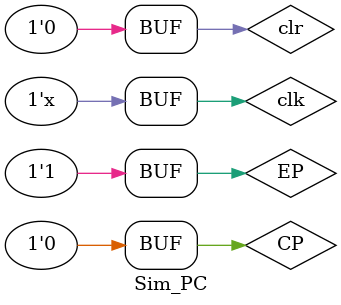
<source format=v>
module PC (CP,clk,clr,EP,PC_out);
 input       CP,clk,clr,EP;
 output [3:0]PC_out;
 reg [3:0]temp;

 always@(posedge clk)
 begin
 if (clr)    temp<=4'b0;
 else if(CP) temp<=temp + 1'b1;
 else        temp<=temp;
 end
 
 assign PC_out= (EP)? temp:4'bz;
 endmodule
 
 //-----testbench-----
 module Sim_PC;
 reg       CP,clk,clr,EP;
 wire [3:0]PC_out;
   PC T(CP,clk,clr,EP,PC_out);
   initial
   begin
         clk=1'b0;  clr=1'b1; CP=1'b1; EP=1'b1;// clear
   #100             clr=1'b0; CP=1'b1; EP=1'b1; // count , En
   #100             clr=1'b0; CP=1'b1; EP=1'b0; //
   #100             clr=1'b0; CP=1'b0; EP=1'b1; //
   end
   always
   #50 clk=~clk;
   endmodule
</source>
